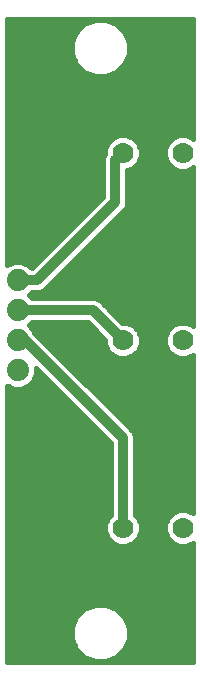
<source format=gbl>
G75*
%MOIN*%
%OFA0B0*%
%FSLAX25Y25*%
%IPPOS*%
%LPD*%
%AMOC8*
5,1,8,0,0,1.08239X$1,22.5*
%
%ADD10C,0.07400*%
%ADD11C,0.07000*%
%ADD12C,0.03200*%
%ADD13C,0.01600*%
D10*
X0010250Y0094000D03*
X0010250Y0104000D03*
X0010250Y0114000D03*
X0010250Y0124000D03*
X0010250Y0134000D03*
D11*
X0025250Y0114000D03*
X0045250Y0114000D03*
X0065250Y0114000D03*
X0065250Y0176500D03*
X0045250Y0176500D03*
X0025250Y0176500D03*
X0025250Y0051500D03*
X0045250Y0051500D03*
X0065250Y0051500D03*
D12*
X0045250Y0051500D02*
X0045250Y0081500D01*
X0012750Y0114000D01*
X0010250Y0114000D01*
X0010250Y0124000D02*
X0035250Y0124000D01*
X0045250Y0114000D01*
X0016500Y0134000D02*
X0042750Y0160250D01*
X0042750Y0174000D01*
X0045250Y0176500D01*
X0016500Y0134000D02*
X0010250Y0134000D01*
D13*
X0006700Y0098924D02*
X0006700Y0006700D01*
X0068723Y0006700D01*
X0068737Y0046643D01*
X0068592Y0046498D01*
X0066424Y0045600D01*
X0064076Y0045600D01*
X0061908Y0046498D01*
X0060248Y0048158D01*
X0059350Y0050326D01*
X0059350Y0052674D01*
X0060248Y0054842D01*
X0061908Y0056502D01*
X0064076Y0057400D01*
X0066424Y0057400D01*
X0068592Y0056502D01*
X0068741Y0056353D01*
X0068759Y0109165D01*
X0068592Y0108998D01*
X0066424Y0108100D01*
X0064076Y0108100D01*
X0061908Y0108998D01*
X0060248Y0110658D01*
X0059350Y0112826D01*
X0059350Y0115174D01*
X0060248Y0117342D01*
X0061908Y0119002D01*
X0064076Y0119900D01*
X0066424Y0119900D01*
X0068592Y0119002D01*
X0068763Y0118831D01*
X0068781Y0171688D01*
X0068592Y0171498D01*
X0066424Y0170600D01*
X0064076Y0170600D01*
X0061908Y0171498D01*
X0060248Y0173158D01*
X0059350Y0175326D01*
X0059350Y0177674D01*
X0060248Y0179842D01*
X0061908Y0181502D01*
X0064076Y0182400D01*
X0066424Y0182400D01*
X0068592Y0181502D01*
X0068785Y0181309D01*
X0068799Y0221300D01*
X0006700Y0221300D01*
X0006700Y0139076D01*
X0006795Y0139171D01*
X0009037Y0140100D01*
X0011463Y0140100D01*
X0013705Y0139171D01*
X0014860Y0138017D01*
X0038750Y0161907D01*
X0038750Y0174796D01*
X0039350Y0176244D01*
X0039350Y0177674D01*
X0040248Y0179842D01*
X0041908Y0181502D01*
X0044076Y0182400D01*
X0046424Y0182400D01*
X0048592Y0181502D01*
X0050252Y0179842D01*
X0051150Y0177674D01*
X0051150Y0175326D01*
X0050252Y0173158D01*
X0048592Y0171498D01*
X0046750Y0170735D01*
X0046750Y0159454D01*
X0046141Y0157984D01*
X0045016Y0156859D01*
X0018766Y0130609D01*
X0017296Y0130000D01*
X0014877Y0130000D01*
X0013877Y0129000D01*
X0014877Y0128000D01*
X0036046Y0128000D01*
X0037516Y0127391D01*
X0045007Y0119900D01*
X0046424Y0119900D01*
X0048592Y0119002D01*
X0050252Y0117342D01*
X0051150Y0115174D01*
X0051150Y0112826D01*
X0050252Y0110658D01*
X0048592Y0108998D01*
X0046424Y0108100D01*
X0044076Y0108100D01*
X0041908Y0108998D01*
X0040248Y0110658D01*
X0039350Y0112826D01*
X0039350Y0114243D01*
X0033593Y0120000D01*
X0014877Y0120000D01*
X0013877Y0119000D01*
X0015421Y0117455D01*
X0015754Y0116653D01*
X0048641Y0083766D01*
X0049250Y0082296D01*
X0049250Y0055844D01*
X0050252Y0054842D01*
X0051150Y0052674D01*
X0051150Y0050326D01*
X0050252Y0048158D01*
X0048592Y0046498D01*
X0046424Y0045600D01*
X0044076Y0045600D01*
X0041908Y0046498D01*
X0040248Y0048158D01*
X0039350Y0050326D01*
X0039350Y0052674D01*
X0040248Y0054842D01*
X0041250Y0055844D01*
X0041250Y0079843D01*
X0016350Y0104743D01*
X0016350Y0102787D01*
X0015421Y0100545D01*
X0013705Y0098829D01*
X0011463Y0097900D01*
X0009037Y0097900D01*
X0006795Y0098829D01*
X0006700Y0098924D01*
X0006700Y0098661D02*
X0007200Y0098661D01*
X0006700Y0097062D02*
X0024031Y0097062D01*
X0025629Y0095464D02*
X0006700Y0095464D01*
X0006700Y0093865D02*
X0027228Y0093865D01*
X0028827Y0092267D02*
X0006700Y0092267D01*
X0006700Y0090668D02*
X0030425Y0090668D01*
X0032024Y0089070D02*
X0006700Y0089070D01*
X0006700Y0087471D02*
X0033622Y0087471D01*
X0035221Y0085873D02*
X0006700Y0085873D01*
X0006700Y0084274D02*
X0036819Y0084274D01*
X0038418Y0082676D02*
X0006700Y0082676D01*
X0006700Y0081077D02*
X0040016Y0081077D01*
X0041250Y0079479D02*
X0006700Y0079479D01*
X0006700Y0077880D02*
X0041250Y0077880D01*
X0041250Y0076282D02*
X0006700Y0076282D01*
X0006700Y0074683D02*
X0041250Y0074683D01*
X0041250Y0073084D02*
X0006700Y0073084D01*
X0006700Y0071486D02*
X0041250Y0071486D01*
X0041250Y0069887D02*
X0006700Y0069887D01*
X0006700Y0068289D02*
X0041250Y0068289D01*
X0041250Y0066690D02*
X0006700Y0066690D01*
X0006700Y0065092D02*
X0041250Y0065092D01*
X0041250Y0063493D02*
X0006700Y0063493D01*
X0006700Y0061895D02*
X0041250Y0061895D01*
X0041250Y0060296D02*
X0006700Y0060296D01*
X0006700Y0058698D02*
X0041250Y0058698D01*
X0041250Y0057099D02*
X0006700Y0057099D01*
X0006700Y0055501D02*
X0040907Y0055501D01*
X0039859Y0053902D02*
X0006700Y0053902D01*
X0006700Y0052304D02*
X0039350Y0052304D01*
X0039350Y0050705D02*
X0006700Y0050705D01*
X0006700Y0049107D02*
X0039855Y0049107D01*
X0040898Y0047508D02*
X0006700Y0047508D01*
X0006700Y0045910D02*
X0043328Y0045910D01*
X0047172Y0045910D02*
X0063328Y0045910D01*
X0060898Y0047508D02*
X0049602Y0047508D01*
X0050645Y0049107D02*
X0059855Y0049107D01*
X0059350Y0050705D02*
X0051150Y0050705D01*
X0051150Y0052304D02*
X0059350Y0052304D01*
X0059859Y0053902D02*
X0050641Y0053902D01*
X0049593Y0055501D02*
X0060907Y0055501D01*
X0063351Y0057099D02*
X0049250Y0057099D01*
X0049250Y0058698D02*
X0068741Y0058698D01*
X0068742Y0060296D02*
X0049250Y0060296D01*
X0049250Y0061895D02*
X0068743Y0061895D01*
X0068743Y0063493D02*
X0049250Y0063493D01*
X0049250Y0065092D02*
X0068744Y0065092D01*
X0068744Y0066690D02*
X0049250Y0066690D01*
X0049250Y0068289D02*
X0068745Y0068289D01*
X0068745Y0069887D02*
X0049250Y0069887D01*
X0049250Y0071486D02*
X0068746Y0071486D01*
X0068747Y0073084D02*
X0049250Y0073084D01*
X0049250Y0074683D02*
X0068747Y0074683D01*
X0068748Y0076282D02*
X0049250Y0076282D01*
X0049250Y0077880D02*
X0068748Y0077880D01*
X0068749Y0079479D02*
X0049250Y0079479D01*
X0049250Y0081077D02*
X0068749Y0081077D01*
X0068750Y0082676D02*
X0049093Y0082676D01*
X0048133Y0084274D02*
X0068751Y0084274D01*
X0068751Y0085873D02*
X0046534Y0085873D01*
X0044936Y0087471D02*
X0068752Y0087471D01*
X0068752Y0089070D02*
X0043337Y0089070D01*
X0041739Y0090668D02*
X0068753Y0090668D01*
X0068753Y0092267D02*
X0040140Y0092267D01*
X0038542Y0093865D02*
X0068754Y0093865D01*
X0068754Y0095464D02*
X0036943Y0095464D01*
X0035345Y0097062D02*
X0068755Y0097062D01*
X0068756Y0098661D02*
X0033746Y0098661D01*
X0032148Y0100259D02*
X0068756Y0100259D01*
X0068757Y0101858D02*
X0030549Y0101858D01*
X0028951Y0103456D02*
X0068757Y0103456D01*
X0068758Y0105055D02*
X0027352Y0105055D01*
X0025754Y0106653D02*
X0068758Y0106653D01*
X0068759Y0108252D02*
X0066790Y0108252D01*
X0063710Y0108252D02*
X0046790Y0108252D01*
X0043710Y0108252D02*
X0024155Y0108252D01*
X0022557Y0109850D02*
X0041056Y0109850D01*
X0039921Y0111449D02*
X0020958Y0111449D01*
X0019360Y0113047D02*
X0039350Y0113047D01*
X0038947Y0114646D02*
X0017761Y0114646D01*
X0016163Y0116244D02*
X0037349Y0116244D01*
X0035750Y0117843D02*
X0015034Y0117843D01*
X0014318Y0119441D02*
X0034152Y0119441D01*
X0037412Y0127434D02*
X0068766Y0127434D01*
X0068766Y0129032D02*
X0013909Y0129032D01*
X0014253Y0138623D02*
X0015467Y0138623D01*
X0017065Y0140222D02*
X0006700Y0140222D01*
X0006700Y0141820D02*
X0018664Y0141820D01*
X0020262Y0143419D02*
X0006700Y0143419D01*
X0006700Y0145018D02*
X0021861Y0145018D01*
X0023459Y0146616D02*
X0006700Y0146616D01*
X0006700Y0148215D02*
X0025058Y0148215D01*
X0026656Y0149813D02*
X0006700Y0149813D01*
X0006700Y0151412D02*
X0028255Y0151412D01*
X0029853Y0153010D02*
X0006700Y0153010D01*
X0006700Y0154609D02*
X0031452Y0154609D01*
X0033050Y0156207D02*
X0006700Y0156207D01*
X0006700Y0157806D02*
X0034649Y0157806D01*
X0036247Y0159404D02*
X0006700Y0159404D01*
X0006700Y0161003D02*
X0037846Y0161003D01*
X0038750Y0162601D02*
X0006700Y0162601D01*
X0006700Y0164200D02*
X0038750Y0164200D01*
X0038750Y0165798D02*
X0006700Y0165798D01*
X0006700Y0167397D02*
X0038750Y0167397D01*
X0038750Y0168995D02*
X0006700Y0168995D01*
X0006700Y0170594D02*
X0038750Y0170594D01*
X0038750Y0172192D02*
X0006700Y0172192D01*
X0006700Y0173791D02*
X0038750Y0173791D01*
X0038996Y0175389D02*
X0006700Y0175389D01*
X0006700Y0176988D02*
X0039350Y0176988D01*
X0039728Y0178586D02*
X0006700Y0178586D01*
X0006700Y0180185D02*
X0040591Y0180185D01*
X0042588Y0181783D02*
X0006700Y0181783D01*
X0006700Y0183382D02*
X0068786Y0183382D01*
X0068786Y0184980D02*
X0006700Y0184980D01*
X0006700Y0186579D02*
X0068787Y0186579D01*
X0068787Y0188177D02*
X0006700Y0188177D01*
X0006700Y0189776D02*
X0068788Y0189776D01*
X0068788Y0191374D02*
X0006700Y0191374D01*
X0006700Y0192973D02*
X0068789Y0192973D01*
X0068790Y0194571D02*
X0006700Y0194571D01*
X0006700Y0196170D02*
X0068790Y0196170D01*
X0068791Y0197768D02*
X0006700Y0197768D01*
X0006700Y0199367D02*
X0068791Y0199367D01*
X0068792Y0200965D02*
X0006700Y0200965D01*
X0006700Y0202564D02*
X0034600Y0202564D01*
X0035868Y0202039D02*
X0039632Y0202039D01*
X0043109Y0203479D01*
X0045771Y0206141D01*
X0047211Y0209618D01*
X0047211Y0213382D01*
X0045771Y0216859D01*
X0043109Y0219521D01*
X0039632Y0220961D01*
X0035868Y0220961D01*
X0032391Y0219521D01*
X0029729Y0216859D01*
X0028289Y0213382D01*
X0028289Y0209618D01*
X0029729Y0206141D01*
X0032391Y0203479D01*
X0035868Y0202039D01*
X0031707Y0204162D02*
X0006700Y0204162D01*
X0006700Y0205761D02*
X0030109Y0205761D01*
X0029224Y0207359D02*
X0006700Y0207359D01*
X0006700Y0208958D02*
X0028562Y0208958D01*
X0028289Y0210556D02*
X0006700Y0210556D01*
X0006700Y0212155D02*
X0028289Y0212155D01*
X0028442Y0213753D02*
X0006700Y0213753D01*
X0006700Y0215352D02*
X0029105Y0215352D01*
X0029820Y0216951D02*
X0006700Y0216951D01*
X0006700Y0218549D02*
X0031419Y0218549D01*
X0033903Y0220148D02*
X0006700Y0220148D01*
X0031576Y0143419D02*
X0068771Y0143419D01*
X0068771Y0141820D02*
X0029977Y0141820D01*
X0028379Y0140222D02*
X0068770Y0140222D01*
X0068770Y0138623D02*
X0026780Y0138623D01*
X0025182Y0137025D02*
X0068769Y0137025D01*
X0068769Y0135426D02*
X0023583Y0135426D01*
X0021985Y0133828D02*
X0068768Y0133828D01*
X0068767Y0132229D02*
X0020386Y0132229D01*
X0018788Y0130631D02*
X0068767Y0130631D01*
X0068765Y0125835D02*
X0039071Y0125835D01*
X0040670Y0124237D02*
X0068765Y0124237D01*
X0068764Y0122638D02*
X0042268Y0122638D01*
X0043867Y0121040D02*
X0068764Y0121040D01*
X0068763Y0119441D02*
X0067531Y0119441D01*
X0062969Y0119441D02*
X0047531Y0119441D01*
X0049751Y0117843D02*
X0060749Y0117843D01*
X0059794Y0116244D02*
X0050706Y0116244D01*
X0051150Y0114646D02*
X0059350Y0114646D01*
X0059350Y0113047D02*
X0051150Y0113047D01*
X0050579Y0111449D02*
X0059921Y0111449D01*
X0061056Y0109850D02*
X0049444Y0109850D01*
X0036371Y0148215D02*
X0068773Y0148215D01*
X0068774Y0149813D02*
X0037970Y0149813D01*
X0039568Y0151412D02*
X0068774Y0151412D01*
X0068775Y0153010D02*
X0041167Y0153010D01*
X0042765Y0154609D02*
X0068775Y0154609D01*
X0068776Y0156207D02*
X0044364Y0156207D01*
X0045962Y0157806D02*
X0068777Y0157806D01*
X0068777Y0159404D02*
X0046729Y0159404D01*
X0046750Y0161003D02*
X0068778Y0161003D01*
X0068778Y0162601D02*
X0046750Y0162601D01*
X0046750Y0164200D02*
X0068779Y0164200D01*
X0068779Y0165798D02*
X0046750Y0165798D01*
X0046750Y0167397D02*
X0068780Y0167397D01*
X0068780Y0168995D02*
X0046750Y0168995D01*
X0046750Y0170594D02*
X0068781Y0170594D01*
X0068785Y0181783D02*
X0067912Y0181783D01*
X0062588Y0181783D02*
X0047912Y0181783D01*
X0049909Y0180185D02*
X0060591Y0180185D01*
X0059728Y0178586D02*
X0050772Y0178586D01*
X0051150Y0176988D02*
X0059350Y0176988D01*
X0059350Y0175389D02*
X0051150Y0175389D01*
X0050514Y0173791D02*
X0059986Y0173791D01*
X0061214Y0172192D02*
X0049286Y0172192D01*
X0040900Y0202564D02*
X0068792Y0202564D01*
X0068793Y0204162D02*
X0043793Y0204162D01*
X0045391Y0205761D02*
X0068794Y0205761D01*
X0068794Y0207359D02*
X0046276Y0207359D01*
X0046938Y0208958D02*
X0068795Y0208958D01*
X0068795Y0210556D02*
X0047211Y0210556D01*
X0047211Y0212155D02*
X0068796Y0212155D01*
X0068796Y0213753D02*
X0047058Y0213753D01*
X0046395Y0215352D02*
X0068797Y0215352D01*
X0068797Y0216951D02*
X0045680Y0216951D01*
X0044081Y0218549D02*
X0068798Y0218549D01*
X0068799Y0220148D02*
X0041597Y0220148D01*
X0034773Y0146616D02*
X0068773Y0146616D01*
X0068772Y0145018D02*
X0033174Y0145018D01*
X0019235Y0101858D02*
X0015965Y0101858D01*
X0016350Y0103456D02*
X0017637Y0103456D01*
X0015136Y0100259D02*
X0020834Y0100259D01*
X0022432Y0098661D02*
X0013300Y0098661D01*
X0006700Y0044311D02*
X0068736Y0044311D01*
X0068736Y0042713D02*
X0006700Y0042713D01*
X0006700Y0041114D02*
X0068735Y0041114D01*
X0068735Y0039516D02*
X0006700Y0039516D01*
X0006700Y0037917D02*
X0068734Y0037917D01*
X0068734Y0036319D02*
X0006700Y0036319D01*
X0006700Y0034720D02*
X0068733Y0034720D01*
X0068732Y0033122D02*
X0006700Y0033122D01*
X0006700Y0031523D02*
X0068732Y0031523D01*
X0068731Y0029925D02*
X0006700Y0029925D01*
X0006700Y0028326D02*
X0068731Y0028326D01*
X0068730Y0026728D02*
X0006700Y0026728D01*
X0006700Y0025129D02*
X0033859Y0025129D01*
X0032391Y0024521D02*
X0029729Y0021859D01*
X0028289Y0018382D01*
X0028289Y0014618D01*
X0029729Y0011141D01*
X0032391Y0008479D01*
X0035868Y0007039D01*
X0039632Y0007039D01*
X0043109Y0008479D01*
X0045771Y0011141D01*
X0047211Y0014618D01*
X0047211Y0018382D01*
X0045771Y0021859D01*
X0043109Y0024521D01*
X0039632Y0025961D01*
X0035868Y0025961D01*
X0032391Y0024521D01*
X0031400Y0023531D02*
X0006700Y0023531D01*
X0006700Y0021932D02*
X0029802Y0021932D01*
X0029097Y0020334D02*
X0006700Y0020334D01*
X0006700Y0018735D02*
X0028435Y0018735D01*
X0028289Y0017137D02*
X0006700Y0017137D01*
X0006700Y0015538D02*
X0028289Y0015538D01*
X0028570Y0013940D02*
X0006700Y0013940D01*
X0006700Y0012341D02*
X0029232Y0012341D01*
X0030127Y0010743D02*
X0006700Y0010743D01*
X0006700Y0009144D02*
X0031725Y0009144D01*
X0034644Y0007546D02*
X0006700Y0007546D01*
X0040856Y0007546D02*
X0068723Y0007546D01*
X0068724Y0009144D02*
X0043775Y0009144D01*
X0045373Y0010743D02*
X0068724Y0010743D01*
X0068725Y0012341D02*
X0046268Y0012341D01*
X0046930Y0013940D02*
X0068726Y0013940D01*
X0068726Y0015538D02*
X0047211Y0015538D01*
X0047211Y0017137D02*
X0068727Y0017137D01*
X0068727Y0018735D02*
X0047065Y0018735D01*
X0046403Y0020334D02*
X0068728Y0020334D01*
X0068728Y0021932D02*
X0045698Y0021932D01*
X0044100Y0023531D02*
X0068729Y0023531D01*
X0068730Y0025129D02*
X0041641Y0025129D01*
X0067172Y0045910D02*
X0068737Y0045910D01*
X0068741Y0057099D02*
X0067149Y0057099D01*
M02*

</source>
